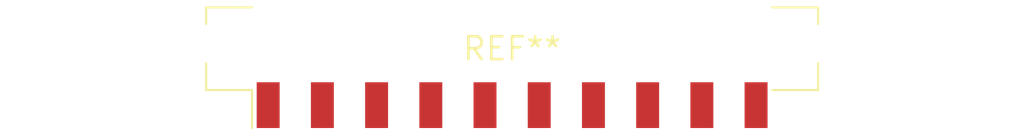
<source format=kicad_pcb>
(kicad_pcb (version 20240108) (generator pcbnew)
  (layers (0 "F.Cu" signal) (31 "B.Cu" signal) (34 "B.Paste" user) (35 "F.Paste" user) (36 "B.SilkS" user "B.Silkscreen") (37 "F.SilkS" user "F.Silkscreen") (38 "B.Mask" user) (39 "F.Mask" user) (44 "Edge.Cuts" user))
  (net 0 "")
  (footprint "Molex_Micro-Fit_3.0_43650-1021_1x10_P3.00mm_Vertical" (layer "F.Cu") (at 0 0)
    (property "Reference" "REF**")
    (property "Value" "Molex_Micro-Fit_3.0_43650-1021_1x10_P3.00mm_Vertical")
    (fp_line (start -16.935 -2.295) (end -15.515 -2.295) (layer "F.SilkS") (stroke (width 0.12)))
    (fp_line (start -16.935 -1.37) (end -16.935 -2.295) (layer "F.SilkS") (stroke (width 0.12)))
    (fp_line (start -16.935 0.8) (end -16.935 2.295) (layer "F.SilkS") (stroke (width 0.12)))
    (fp_line (start -16.935 2.295) (end -14.395 2.295) (layer "F.SilkS") (stroke (width 0.12)))
    (fp_line (start -15.515 -2.295) (end -15.515 -2.295) (layer "F.SilkS") (stroke (width 0.12)))
    (fp_line (start -15.515 -2.295) (end -14.395 -2.295) (layer "F.SilkS") (stroke (width 0.12)))
    (fp_line (start -14.395 2.295) (end -14.395 4.405) (layer "F.SilkS") (stroke (width 0.12)))
    (fp_line (start 15.515 -2.295) (end 14.395 -2.295) (layer "F.SilkS") (stroke (width 0.12)))
    (fp_line (start 15.515 -2.295) (end 15.515 -2.295) (layer "F.SilkS") (stroke (width 0.12)))
    (fp_line (start 16.935 -2.295) (end 15.515 -2.295) (layer "F.SilkS") (stroke (width 0.12)))
    (fp_line (start 16.935 -1.37) (end 16.935 -2.295) (layer "F.SilkS") (stroke (width 0.12)))
    (fp_line (start 16.935 0.8) (end 16.935 2.295) (layer "F.SilkS") (stroke (width 0.12)))
    (fp_line (start 16.935 2.295) (end 14.395 2.295) (layer "F.SilkS") (stroke (width 0.12)))
    (pad "" np_thru_hole circle (at -15.65 -0.285) (size 2.41 2.41) (drill 2.41) (layers *.Cu *.Mask))
    (pad "" np_thru_hole circle (at 15.65 -0.285) (size 2.41 2.41) (drill 2.41) (layers *.Cu *.Mask))
    (pad "1" smd rect (at -13.5 3.135) (size 1.27 2.54) (layers "F.Cu" "F.Paste" "F.Mask"))
    (pad "2" smd rect (at -10.5 3.135) (size 1.27 2.54) (layers "F.Cu" "F.Paste" "F.Mask"))
    (pad "3" smd rect (at -7.5 3.135) (size 1.27 2.54) (layers "F.Cu" "F.Paste" "F.Mask"))
    (pad "4" smd rect (at -4.5 3.135) (size 1.27 2.54) (layers "F.Cu" "F.Paste" "F.Mask"))
    (pad "5" smd rect (at -1.5 3.135) (size 1.27 2.54) (layers "F.Cu" "F.Paste" "F.Mask"))
    (pad "6" smd rect (at 1.5 3.135) (size 1.27 2.54) (layers "F.Cu" "F.Paste" "F.Mask"))
    (pad "7" smd rect (at 4.5 3.135) (size 1.27 2.54) (layers "F.Cu" "F.Paste" "F.Mask"))
    (pad "8" smd rect (at 7.5 3.135) (size 1.27 2.54) (layers "F.Cu" "F.Paste" "F.Mask"))
    (pad "9" smd rect (at 10.5 3.135) (size 1.27 2.54) (layers "F.Cu" "F.Paste" "F.Mask"))
    (pad "10" smd rect (at 13.5 3.135) (size 1.27 2.54) (layers "F.Cu" "F.Paste" "F.Mask"))
  )
)
</source>
